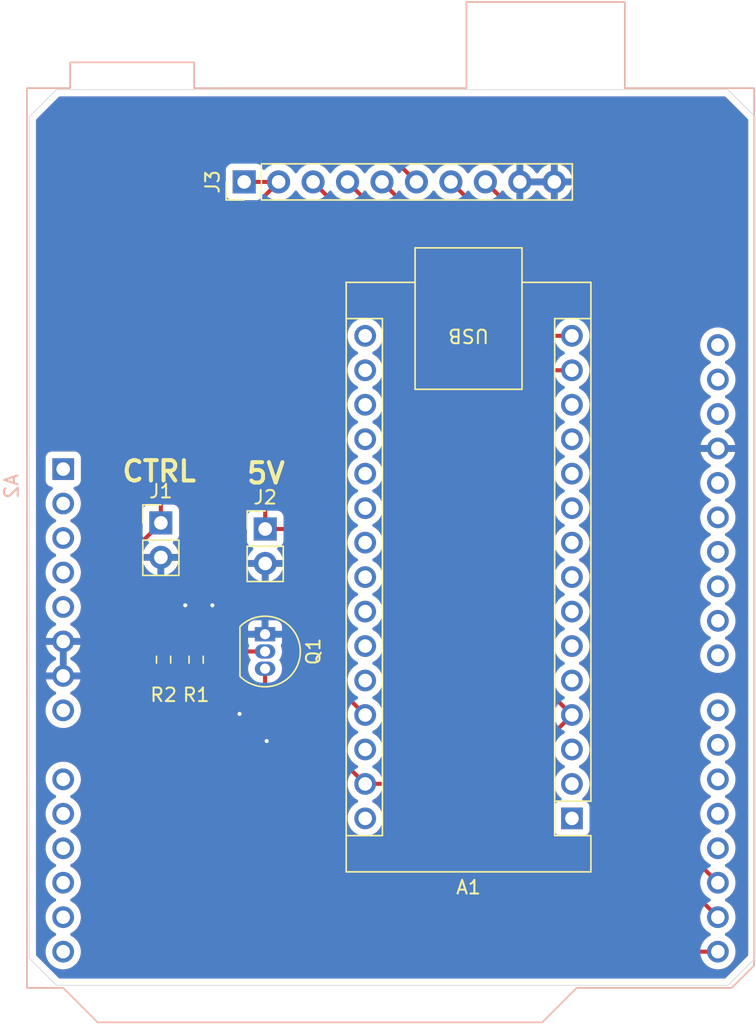
<source format=kicad_pcb>
(kicad_pcb (version 20241229) (generator "pcbnew") (generator_version "9.0")
  (layers (0 "F.Cu" signal) (2 "B.Cu" signal) (13 "F.Paste" user) (15 "B.Paste" user) (5 "F.SilkS" user "F.Silkscreen") (7 "B.SilkS" user "B.Silkscreen") (1 "F.Mask" user) (3 "B.Mask" user) (25 "Edge.Cuts" user))
  (net 0 "")
  (net 13 "/lock_state")
  (net 18 "GND")
  (net 26 "/borf")
  (net 29 "/arduino_gnd")
  (net 30 "Net-(Q1-G)")
  (net 31 "+5V")
  (net 51 "/uart_rx")
  (net 58 "/uart_tx")
  (net 60 "/ctrl")
  (footprint "Package_TO_SOT_THT:TO-92_Inline" (layer "F.Cu") (at 127.879 112.13 -90)
    (property "Reference" "Q1" (at 1.27 -3.56 90) (layer "F.SilkS"))
    (property "Value" "2N7000")
    (fp_line (start -0.53 1.85) (end 3.07 1.85) (stroke (width 0.12)) (layer "F.SilkS"))
    (fp_arc (start -0.568478 1.838478) (mid -1.132087 -0.994977) (end 1.27 -2.6) (stroke (width 0.12)) (layer "F.SilkS"))
    (fp_arc (start 1.27 -2.6) (mid 3.672087 -0.994977) (end 3.108478 1.838478) (stroke (width 0.12)) (layer "F.SilkS"))
    (pad "1" thru_hole rect (at 0 0 270) (size 1.05 1.5) (drill 0.75) (layers "*.Cu" "*.Mask") (net 18 "GND"))
    (pad "2" thru_hole oval (at 1.27 0 270) (size 1.05 1.5) (drill 0.75) (layers "*.Cu" "*.Mask") (net 30 "Net-(Q1-G)"))
    (pad "3" thru_hole oval (at 2.54 0 270) (size 1.05 1.5) (drill 0.75) (layers "*.Cu" "*.Mask") (net 29 "/arduino_gnd"))
  )
  (footprint "Connector_PinHeader_2.54mm:PinHeader_1x02_P2.54mm_Vertical" (layer "F.Cu") (at 127.89 104.375)
    (property "Reference" "J2" (at 0 -2.33 0) (layer "F.SilkS"))
    (property "Value" "Conn_01x02_Pin" (hide yes))
    (fp_line (start -1.33 -1.33) (end 0 -1.33) (stroke (width 0.12)) (layer "F.SilkS"))
    (fp_line (start -1.33 0) (end -1.33 -1.33) (stroke (width 0.12)) (layer "F.SilkS"))
    (fp_line (start -1.33 1.27) (end -1.33 3.87) (stroke (width 0.12)) (layer "F.SilkS"))
    (fp_line (start -1.33 1.27) (end 1.33 1.27) (stroke (width 0.12)) (layer "F.SilkS"))
    (fp_line (start -1.33 3.87) (end 1.33 3.87) (stroke (width 0.12)) (layer "F.SilkS"))
    (fp_line (start 1.33 1.27) (end 1.33 3.87) (stroke (width 0.12)) (layer "F.SilkS"))
    (pad "1" thru_hole rect (at 0 0) (size 1.7 1.7) (drill 1) (layers "*.Cu" "*.Mask") (net 31 "+5V"))
    (pad "2" thru_hole oval (at 0 2.54) (size 1.7 1.7) (drill 1) (layers "*.Cu" "*.Mask") (net 18 "GND"))
  )
  (footprint "Module:Arduino_Nano" (layer "F.Cu") (at 150.5 125.7 180)
    (property "Reference" "A1" (at 7.62 -5.08 0) (layer "F.SilkS"))
    (property "Value" "Arduino_Nano_Every")
    (fp_line (start 16.64 39.5) (end 16.64 -3.94) (stroke (width 0.12)) (layer "F.SilkS"))
    (fp_line (start 16.64 39.5) (end 11.56 39.5) (stroke (width 0.12)) (layer "F.SilkS"))
    (fp_line (start 16.64 -3.94) (end -1.4 -3.94) (stroke (width 0.12)) (layer "F.SilkS"))
    (fp_line (start 13.97 36.83) (end 16.64 36.83) (stroke (width 0.12)) (layer "F.SilkS"))
    (fp_line (start 13.97 -1.27) (end 16.64 -1.27) (stroke (width 0.12)) (layer "F.SilkS"))
    (fp_line (start 13.97 -1.27) (end 13.97 36.83) (stroke (width 0.12)) (layer "F.SilkS"))
    (fp_line (start 11.56 42.04) (end 3.68 42.04) (stroke (width 0.12)) (layer "F.SilkS"))
    (fp_line (start 11.56 31.62) (end 11.56 42.04) (stroke (width 0.12)) (layer "F.SilkS"))
    (fp_line (start 3.68 42.04) (end 3.68 31.62) (stroke (width 0.12)) (layer "F.SilkS"))
    (fp_line (start 3.68 31.62) (end 11.56 31.62) (stroke (width 0.12)) (layer "F.SilkS"))
    (fp_line (start 1.27 36.83) (end -1.4 36.83) (stroke (width 0.12)) (layer "F.SilkS"))
    (fp_line (start 1.27 1.27) (end 1.27 36.83) (stroke (width 0.12)) (layer "F.SilkS"))
    (fp_line (start 1.27 1.27) (end 1.27 -1.27) (stroke (width 0.12)) (layer "F.SilkS"))
    (fp_line (start 1.27 1.27) (end -1.4 1.27) (stroke (width 0.12)) (layer "F.SilkS"))
    (fp_line (start 1.27 -1.27) (end -1.4 -1.27) (stroke (width 0.12)) (layer "F.SilkS"))
    (fp_line (start -1.4 39.5) (end 3.68 39.5) (stroke (width 0.12)) (layer "F.SilkS"))
    (fp_line (start -1.4 1.27) (end -1.4 39.5) (stroke (width 0.12)) (layer "F.SilkS"))
    (fp_line (start -1.4 -3.94) (end -1.4 -1.27) (stroke (width 0.12)) (layer "F.SilkS"))
    (fp_text user "USB" (at 7.62 35.56 180) (layer "F.SilkS"))
    (pad "1" thru_hole rect (at 0 0 180) (size 1.6 1.6) (drill 1) (layers "*.Cu" "*.Mask"))
    (pad "2" thru_hole oval (at 0 2.54 180) (size 1.6 1.6) (drill 1) (layers "*.Cu" "*.Mask"))
    (pad "3" thru_hole oval (at 0 5.08 180) (size 1.6 1.6) (drill 1) (layers "*.Cu" "*.Mask"))
    (pad "4" thru_hole oval (at 0 7.62 180) (size 1.6 1.6) (drill 1) (layers "*.Cu" "*.Mask") (net 29 "/arduino_gnd"))
    (pad "5" thru_hole oval (at 0 10.16 180) (size 1.6 1.6) (drill 1) (layers "*.Cu" "*.Mask"))
    (pad "6" thru_hole oval (at 0 12.7 180) (size 1.6 1.6) (drill 1) (layers "*.Cu" "*.Mask"))
    (pad "7" thru_hole oval (at 0 15.24 180) (size 1.6 1.6) (drill 1) (layers "*.Cu" "*.Mask"))
    (pad "8" thru_hole oval (at 0 17.78 180) (size 1.6 1.6) (drill 1) (layers "*.Cu" "*.Mask"))
    (pad "9" thru_hole oval (at 0 20.32 180) (size 1.6 1.6) (drill 1) (layers "*.Cu" "*.Mask"))
    (pad "10" thru_hole oval (at 0 22.86 180) (size 1.6 1.6) (drill 1) (layers "*.Cu" "*.Mask"))
    (pad "11" thru_hole oval (at 0 25.4 180) (size 1.6 1.6) (drill 1) (layers "*.Cu" "*.Mask"))
    (pad "12" thru_hole oval (at 0 27.94 180) (size 1.6 1.6) (drill 1) (layers "*.Cu" "*.Mask"))
    (pad "13" thru_hole oval (at 0 30.48 180) (size 1.6 1.6) (drill 1) (layers "*.Cu" "*.Mask"))
    (pad "14" thru_hole oval (at 0 33.02 180) (size 1.6 1.6) (drill 1) (layers "*.Cu" "*.Mask") (net 26 "/borf"))
    (pad "15" thru_hole oval (at 0 35.56 180) (size 1.6 1.6) (drill 1) (layers "*.Cu" "*.Mask") (net 13 "/lock_state"))
    (pad "16" thru_hole oval (at 15.24 35.56 180) (size 1.6 1.6) (drill 1) (layers "*.Cu" "*.Mask"))
    (pad "17" thru_hole oval (at 15.24 33.02 180) (size 1.6 1.6) (drill 1) (layers "*.Cu" "*.Mask"))
    (pad "18" thru_hole oval (at 15.24 30.48 180) (size 1.6 1.6) (drill 1) (layers "*.Cu" "*.Mask"))
    (pad "19" thru_hole oval (at 15.24 27.94 180) (size 1.6 1.6) (drill 1) (layers "*.Cu" "*.Mask"))
    (pad "20" thru_hole oval (at 15.24 25.4 180) (size 1.6 1.6) (drill 1) (layers "*.Cu" "*.Mask"))
    (pad "21" thru_hole oval (at 15.24 22.86 180) (size 1.6 1.6) (drill 1) (layers "*.Cu" "*.Mask"))
    (pad "22" thru_hole oval (at 15.24 20.32 180) (size 1.6 1.6) (drill 1) (layers "*.Cu" "*.Mask"))
    (pad "23" thru_hole oval (at 15.24 17.78 180) (size 1.6 1.6) (drill 1) (layers "*.Cu" "*.Mask"))
    (pad "24" thru_hole oval (at 15.24 15.24 180) (size 1.6 1.6) (drill 1) (layers "*.Cu" "*.Mask"))
    (pad "25" thru_hole oval (at 15.24 12.7 180) (size 1.6 1.6) (drill 1) (layers "*.Cu" "*.Mask"))
    (pad "26" thru_hole oval (at 15.24 10.16 180) (size 1.6 1.6) (drill 1) (layers "*.Cu" "*.Mask"))
    (pad "27" thru_hole oval (at 15.24 7.62 180) (size 1.6 1.6) (drill 1) (layers "*.Cu" "*.Mask") (net 31 "+5V"))
    (pad "28" thru_hole oval (at 15.24 5.08 180) (size 1.6 1.6) (drill 1) (layers "*.Cu" "*.Mask"))
    (pad "29" thru_hole oval (at 15.24 2.54 180) (size 1.6 1.6) (drill 1) (layers "*.Cu" "*.Mask") (net 29 "/arduino_gnd"))
    (pad "30" thru_hole oval (at 15.24 0 180) (size 1.6 1.6) (drill 1) (layers "*.Cu" "*.Mask"))
  )
  (footprint "Resistor_SMD:R_0603_1608Metric_Pad0.98x0.95mm_HandSolder" (layer "F.Cu") (at 120.4 114 90)
    (property "Reference" "R2" (at -2.6 0 0) (layer "F.SilkS"))
    (property "Value" "100" (hide yes))
    (fp_line (start -0.254724 -0.5225) (end 0.254724 -0.5225) (stroke (width 0.12)) (layer "F.SilkS"))
    (fp_line (start -0.254724 0.5225) (end 0.254724 0.5225) (stroke (width 0.12)) (layer "F.SilkS"))
    (pad "1" smd roundrect (at -0.9125 0 90) (size 0.975 0.95) (layers "F.Cu" "F.Mask" "F.Paste") (net 60 "/ctrl"))
    (pad "2" smd roundrect (at 0.9125 0 90) (size 0.975 0.95) (layers "F.Cu" "F.Mask" "F.Paste") (net 30 "Net-(Q1-G)"))
  )
  (footprint "Connector_PinHeader_2.54mm:PinHeader_1x02_P2.54mm_Vertical" (layer "F.Cu") (at 120.2 103.925)
    (property "Reference" "J1" (at 0 -2.33 0) (layer "F.SilkS"))
    (property "Value" "Conn_01x02_Pin" (hide yes))
    (fp_line (start -1.33 -1.33) (end 0 -1.33) (stroke (width 0.12)) (layer "F.SilkS"))
    (fp_line (start -1.33 0) (end -1.33 -1.33) (stroke (width 0.12)) (layer "F.SilkS"))
    (fp_line (start -1.33 1.27) (end -1.33 3.87) (stroke (width 0.12)) (layer "F.SilkS"))
    (fp_line (start -1.33 1.27) (end 1.33 1.27) (stroke (width 0.12)) (layer "F.SilkS"))
    (fp_line (start -1.33 3.87) (end 1.33 3.87) (stroke (width 0.12)) (layer "F.SilkS"))
    (fp_line (start 1.33 1.27) (end 1.33 3.87) (stroke (width 0.12)) (layer "F.SilkS"))
    (pad "1" thru_hole rect (at 0 0) (size 1.7 1.7) (drill 1) (layers "*.Cu" "*.Mask") (net 60 "/ctrl"))
    (pad "2" thru_hole oval (at 0 2.54) (size 1.7 1.7) (drill 1) (layers "*.Cu" "*.Mask") (net 18 "GND"))
  )
  (footprint "Connector_PinHeader_2.54mm:PinHeader_1x10_P2.54mm_Vertical" (layer "F.Cu") (at 126.34 78.8 90)
    (property "Reference" "J3" (at 0 -2.33 90) (layer "F.SilkS"))
    (property "Value" "Conn_01x10_Pin")
    (fp_line (start -1.33 -1.33) (end 0 -1.33) (stroke (width 0.12)) (layer "F.SilkS"))
    (fp_line (start -1.33 0) (end -1.33 -1.33) (stroke (width 0.12)) (layer "F.SilkS"))
    (fp_line (start 1.33 1.27) (end 1.33 24.19) (stroke (width 0.12)) (layer "F.SilkS"))
    (fp_line (start -1.33 1.27) (end 1.33 1.27) (stroke (width 0.12)) (layer "F.SilkS"))
    (fp_line (start -1.33 1.27) (end -1.33 24.19) (stroke (width 0.12)) (layer "F.SilkS"))
    (fp_line (start -1.33 24.19) (end 1.33 24.19) (stroke (width 0.12)) (layer "F.SilkS"))
    (pad "1" thru_hole rect (at 0 0 90) (size 1.7 1.7) (drill 1) (layers "*.Cu" "*.Mask") (net 31 "+5V"))
    (pad "2" thru_hole oval (at 0 2.54 90) (size 1.7 1.7) (drill 1) (layers "*.Cu" "*.Mask") (net 31 "+5V"))
    (pad "3" thru_hole oval (at 0 5.08 90) (size 1.7 1.7) (drill 1) (layers "*.Cu" "*.Mask") (net 29 "/arduino_gnd"))
    (pad "4" thru_hole oval (at 0 7.62 90) (size 1.7 1.7) (drill 1) (layers "*.Cu" "*.Mask") (net 26 "/borf"))
    (pad "5" thru_hole oval (at 0 10.16 90) (size 1.7 1.7) (drill 1) (layers "*.Cu" "*.Mask") (net 13 "/lock_state"))
    (pad "6" thru_hole oval (at 0 12.7 90) (size 1.7 1.7) (drill 1) (layers "*.Cu" "*.Mask") (net 60 "/ctrl"))
    (pad "7" thru_hole oval (at 0 15.24 90) (size 1.7 1.7) (drill 1) (layers "*.Cu" "*.Mask") (net 51 "/uart_rx"))
    (pad "8" thru_hole oval (at 0 17.78 90) (size 1.7 1.7) (drill 1) (layers "*.Cu" "*.Mask") (net 58 "/uart_tx"))
    (pad "9" thru_hole oval (at 0 20.32 90) (size 1.7 1.7) (drill 1) (layers "*.Cu" "*.Mask") (net 18 "GND"))
    (pad "10" thru_hole oval (at 0 22.86 90) (size 1.7 1.7) (drill 1) (layers "*.Cu" "*.Mask") (net 18 "GND"))
  )
  (footprint "Resistor_SMD:R_0603_1608Metric_Pad0.98x0.95mm_HandSolder" (layer "F.Cu") (at 122.8 114 -90)
    (property "Reference" "R1" (at 2.6 0 0) (layer "F.SilkS"))
    (property "Value" "750" (hide yes))
    (fp_line (start -0.254724 0.5225) (end 0.254724 0.5225) (stroke (width 0.12)) (layer "F.SilkS"))
    (fp_line (start -0.254724 -0.5225) (end 0.254724 -0.5225) (stroke (width 0.12)) (layer "F.SilkS"))
    (pad "1" smd roundrect (at -0.9125 0 270) (size 0.975 0.95) (layers "F.Cu" "F.Mask" "F.Paste") (net 30 "Net-(Q1-G)"))
    (pad "2" smd roundrect (at 0.9125 0 270) (size 0.975 0.95) (layers "F.Cu" "F.Mask" "F.Paste") (net 18 "GND"))
  )
  (footprint "Module:Arduino_UNO_R3" (layer "B.Cu") (at 113 99.96 -90)
    (property "Reference" "A2" (at 1.27 3.81 90) (layer "B.SilkS") (effects (justify mirror)))
    (property "Value" "Arduino_UNO_R3")
    (fp_line (start -28.07 2.67) (end -28.07 -0.51) (stroke (width 0.12)) (layer "B.SilkS"))
    (fp_line (start 38.23 2.67) (end -28.07 2.67) (stroke (width 0.12)) (layer "B.SilkS"))
    (fp_line (start 38.23 0) (end 38.23 2.67) (stroke (width 0.12)) (layer "B.SilkS"))
    (fp_line (start -29.97 -0.51) (end -29.97 -9.65) (stroke (width 0.12)) (layer "B.SilkS"))
    (fp_line (start -28.07 -0.51) (end -29.97 -0.51) (stroke (width 0.12)) (layer "B.SilkS"))
    (fp_line (start 40.77 -2.54) (end 38.23 0) (stroke (width 0.12)) (layer "B.SilkS"))
    (fp_line (start -29.97 -9.65) (end -28.07 -9.65) (stroke (width 0.12)) (layer "B.SilkS"))
    (fp_line (start -28.07 -9.65) (end -28.07 -29.72) (stroke (width 0.12)) (layer "B.SilkS"))
    (fp_line (start -34.42 -29.72) (end -34.42 -41.4) (stroke (width 0.12)) (layer "B.SilkS"))
    (fp_line (start -28.07 -29.72) (end -34.42 -29.72) (stroke (width 0.12)) (layer "B.SilkS"))
    (fp_line (start 40.77 -35.31) (end 40.77 -2.54) (stroke (width 0.12)) (layer "B.SilkS"))
    (fp_line (start 38.23 -37.85) (end 40.77 -35.31) (stroke (width 0.12)) (layer "B.SilkS"))
    (fp_line (start -34.42 -41.4) (end -28.07 -41.4) (stroke (width 0.12)) (layer "B.SilkS"))
    (fp_line (start -28.07 -41.4) (end -28.07 -50.93) (stroke (width 0.12)) (layer "B.SilkS"))
    (fp_line (start 38.23 -49.28) (end 38.23 -37.85) (stroke (width 0.12)) (layer "B.SilkS"))
    (fp_line (start -28.07 -50.93) (end 36.58 -50.93) (stroke (width 0.12)) (layer "B.SilkS"))
    (fp_line (start 36.58 -50.93) (end 38.23 -49.28) (stroke (width 0.12)) (layer "B.SilkS"))
    (pad "1" thru_hole rect (at 0 0 180) (size 1.6 1.6) (drill 1) (layers "*.Cu" "*.Mask"))
    (pad "2" thru_hole oval (at 2.54 0 180) (size 1.6 1.6) (drill 1) (layers "*.Cu" "*.Mask"))
    (pad "3" thru_hole oval (at 5.08 0 180) (size 1.6 1.6) (drill 1) (layers "*.Cu" "*.Mask"))
    (pad "4" thru_hole oval (at 7.62 0 180) (size 1.6 1.6) (drill 1) (layers "*.Cu" "*.Mask"))
    (pad "5" thru_hole oval (at 10.16 0 180) (size 1.6 1.6) (drill 1) (layers "*.Cu" "*.Mask"))
    (pad "6" thru_hole oval (at 12.7 0 180) (size 1.6 1.6) (drill 1) (layers "*.Cu" "*.Mask") (net 18 "GND"))
    (pad "7" thru_hole oval (at 15.24 0 180) (size 1.6 1.6) (drill 1) (layers "*.Cu" "*.Mask") (net 18 "GND"))
    (pad "8" thru_hole oval (at 17.78 0 180) (size 1.6 1.6) (drill 1) (layers "*.Cu" "*.Mask"))
    (pad "9" thru_hole oval (at 22.86 0 180) (size 1.6 1.6) (drill 1) (layers "*.Cu" "*.Mask"))
    (pad "10" thru_hole oval (at 25.4 0 180) (size 1.6 1.6) (drill 1) (layers "*.Cu" "*.Mask"))
    (pad "11" thru_hole oval (at 27.94 0 180) (size 1.6 1.6) (drill 1) (layers "*.Cu" "*.Mask"))
    (pad "12" thru_hole oval (at 30.48 0 180) (size 1.6 1.6) (drill 1) (layers "*.Cu" "*.Mask"))
    (pad "13" thru_hole oval (at 33.02 0 180) (size 1.6 1.6) (drill 1) (layers "*.Cu" "*.Mask"))
    (pad "14" thru_hole oval (at 35.56 0 180) (size 1.6 1.6) (drill 1) (layers "*.Cu" "*.Mask"))
    (pad "15" thru_hole oval (at 35.56 -48.26 180) (size 1.6 1.6) (drill 1) (layers "*.Cu" "*.Mask") (net 60 "/ctrl"))
    (pad "16" thru_hole oval (at 33.02 -48.26 180) (size 1.6 1.6) (drill 1) (layers "*.Cu" "*.Mask") (net 51 "/uart_rx"))
    (pad "17" thru_hole oval (at 30.48 -48.26 180) (size 1.6 1.6) (drill 1) (layers "*.Cu" "*.Mask") (net 58 "/uart_tx"))
    (pad "18" thru_hole oval (at 27.94 -48.26 180) (size 1.6 1.6) (drill 1) (layers "*.Cu" "*.Mask"))
    (pad "19" thru_hole oval (at 25.4 -48.26 180) (size 1.6 1.6) (drill 1) (layers "*.Cu" "*.Mask"))
    (pad "20" thru_hole oval (at 22.86 -48.26 180) (size 1.6 1.6) (drill 1) (layers "*.Cu" "*.Mask"))
    (pad "21" thru_hole oval (at 20.32 -48.26 180) (size 1.6 1.6) (drill 1) (layers "*.Cu" "*.Mask"))
    (pad "22" thru_hole oval (at 17.78 -48.26 180) (size 1.6 1.6) (drill 1) (layers "*.Cu" "*.Mask"))
    (pad "23" thru_hole oval (at 13.72 -48.26 180) (size 1.6 1.6) (drill 1) (layers "*.Cu" "*.Mask"))
    (pad "24" thru_hole oval (at 11.18 -48.26 180) (size 1.6 1.6) (drill 1) (layers "*.Cu" "*.Mask"))
    (pad "25" thru_hole oval (at 8.64 -48.26 180) (size 1.6 1.6) (drill 1) (layers "*.Cu" "*.Mask"))
    (pad "26" thru_hole oval (at 6.1 -48.26 180) (size 1.6 1.6) (drill 1) (layers "*.Cu" "*.Mask"))
    (pad "27" thru_hole oval (at 3.56 -48.26 180) (size 1.6 1.6) (drill 1) (layers "*.Cu" "*.Mask"))
    (pad "28" thru_hole oval (at 1.02 -48.26 180) (size 1.6 1.6) (drill 1) (layers "*.Cu" "*.Mask"))
    (pad "29" thru_hole oval (at -1.52 -48.26 180) (size 1.6 1.6) (drill 1) (layers "*.Cu" "*.Mask") (net 18 "GND"))
    (pad "30" thru_hole oval (at -4.06 -48.26 180) (size 1.6 1.6) (drill 1) (layers "*.Cu" "*.Mask"))
    (pad "31" thru_hole oval (at -6.6 -48.26 180) (size 1.6 1.6) (drill 1) (layers "*.Cu" "*.Mask"))
    (pad "32" thru_hole oval (at -9.14 -48.26 180) (size 1.6 1.6) (drill 1) (layers "*.Cu" "*.Mask"))
  )
  (gr_line (start 110.5 74) (end 112.5 72) (stroke (width 0.05)) (layer "Edge.Cuts"))
  (gr_line (start 110.5 136) (end 110.5 74) (stroke (width 0.05)) (layer "Edge.Cuts"))
  (gr_line (start 151 138) (end 162 138) (stroke (width 0.05)) (layer "Edge.Cuts"))
  (gr_line (start 151 138) (end 112.5 138) (stroke (width 0.05)) (layer "Edge.Cuts"))
  (gr_line (start 112.5 138) (end 110.5 136) (stroke (width 0.05)) (layer "Edge.Cuts"))
  (gr_line (start 112.5 72) (end 162 72) (stroke (width 0.05)) (layer "Edge.Cuts"))
  (gr_line (start 164 74) (end 164 136) (stroke (width 0.05)) (layer "Edge.Cuts"))
  (gr_line (start 162 138) (end 164 136) (stroke (width 0.05)) (layer "Edge.Cuts"))
  (gr_line (start 164 74) (end 162 72) (stroke (width 0.05)) (layer "Edge.Cuts"))
  (gr_text "5V" (at 126.39 101.15 0) (layer "F.SilkS") (effects (font (size 1.5 1.5) (thickness 0.3) (bold yes)) (justify left bottom)))
  (gr_text "CTRL" (at 117.2 101 0) (layer "F.SilkS") (effects (font (size 1.5 1.5) (thickness 0.3) (bold yes)) (justify left bottom)))
  (segment (start 147.84 90.14) (end 150.5 90.14) (width 0.3) (layer "F.Cu") (net 13))
  (segment (start 136.5 78.8) (end 147.84 90.14) (width 0.3) (layer "F.Cu") (net 13))
  (via (at 122 110) (size 0.6) (drill 0.3) (layers "F.Cu" "B.Cu") (net 18))
  (via (at 128 120) (size 0.6) (drill 0.3) (layers "F.Cu" "B.Cu") (net 18))
  (via (at 124 110) (size 0.6) (drill 0.3) (layers "F.Cu" "B.Cu") (net 18))
  (via (at 126 118) (size 0.6) (drill 0.3) (layers "F.Cu" "B.Cu") (net 18))
  (segment (start 133.96 78.8) (end 147.84 92.68) (width 0.3) (layer "F.Cu") (net 26))
  (segment (start 147.84 92.68) (end 150.5 92.68) (width 0.3) (layer "F.Cu") (net 26))
  (segment (start 145.43 123.15) (end 135.27 123.15) (width 0.3) (layer "F.Cu") (net 29))
  (segment (start 147.6 94.98) (end 147.6 115.18) (width 0.3) (layer "F.Cu") (net 29))
  (segment (start 127.879 115.779) (end 135.26 123.16) (width 0.3) (layer "F.Cu") (net 29))
  (segment (start 135.27 123.15) (end 135.26 123.16) (width 0.3) (layer "F.Cu") (net 29))
  (segment (start 147.6 115.18) (end 150.5 118.08) (width 0.3) (layer "F.Cu") (net 29))
  (segment (start 127.879 114.67) (end 127.879 115.779) (width 0.3) (layer "F.Cu") (net 29))
  (segment (start 150.5 118.08) (end 145.43 123.15) (width 0.3) (layer "F.Cu") (net 29))
  (segment (start 131.42 78.8) (end 147.6 94.98) (width 0.3) (layer "F.Cu") (net 29))
  (segment (start 127.879 113.4) (end 123.1125 113.4) (width 0.3) (layer "F.Cu") (net 30))
  (segment (start 123.1125 113.4) (end 122.8 113.0875) (width 0.3) (layer "F.Cu") (net 30))
  (segment (start 122.8 113.0875) (end 120.4 113.0875) (width 0.3) (layer "F.Cu") (net 30))
  (segment (start 128.88 78.8) (end 127.89 79.79) (width 0.3) (layer "F.Cu") (net 31))
  (segment (start 131.575 104.375) (end 133.4 106.2) (width 0.3) (layer "F.Cu") (net 31))
  (segment (start 127.89 79.79) (end 127.89 104.375) (width 0.3) (layer "F.Cu") (net 31))
  (segment (start 133.4 116.22) (end 135.26 118.08) (width 0.3) (layer "F.Cu") (net 31))
  (segment (start 126.34 78.8) (end 128.88 78.8) (width 0.3) (layer "F.Cu") (net 31))
  (segment (start 133.4 106.2) (end 133.4 116.22) (width 0.3) (layer "F.Cu") (net 31))
  (segment (start 127.89 104.375) (end 131.575 104.375) (width 0.3) (layer "F.Cu") (net 31))
  (segment (start 161.26 132.98) (end 157.399 129.119) (width 0.3) (layer "F.Cu") (net 51))
  (segment (start 157.399 129.119) (end 157.399 94.619) (width 0.3) (layer "F.Cu") (net 51))
  (segment (start 157.399 94.619) (end 141.58 78.8) (width 0.3) (layer "F.Cu") (net 51))
  (segment (start 161.26 130.44) (end 158 127.18) (width 0.3) (layer "F.Cu") (net 58))
  (segment (start 158 127.18) (end 158 92.68) (width 0.3) (layer "F.Cu") (net 58))
  (segment (start 158 92.68) (end 144.12 78.8) (width 0.3) (layer "F.Cu") (net 58))
  (segment (start 120.2 82.338) (end 120.2 103.925) (width 0.3) (layer "F.Cu") (net 60))
  (segment (start 141.0075 135.52) (end 120.4 114.9125) (width 0.3) (layer "F.Cu") (net 60))
  (segment (start 139.04 78.8) (end 136.64 76.4) (width 0.3) (layer "F.Cu") (net 60))
  (segment (start 136.64 76.4) (end 126.138 76.4) (width 0.3) (layer "F.Cu") (net 60))
  (segment (start 118.2 105.925) (end 120.2 103.925) (width 0.3) (layer "F.Cu") (net 60))
  (segment (start 126.138 76.4) (end 120.2 82.338) (width 0.3) (layer "F.Cu") (net 60))
  (segment (start 161.26 135.52) (end 141.0075 135.52) (width 0.3) (layer "F.Cu") (net 60))
  (segment (start 120.4 114.9125) (end 118.2 112.7125) (width 0.3) (layer "F.Cu") (net 60))
  (segment (start 118.2 112.7125) (end 118.2 105.925) (width 0.3) (layer "F.Cu") (net 60))
  (zone (net 18) (net_name "GND") (layer "F.Cu") (connect_pads (clearance 0.5)) (min_thickness 0.25) (fill yes (thermal_gap 0.5) (thermal_bridge_width 0.5))
    (polygon (pts (xy 162 138) (xy 164 136) (xy 164 74) (xy 162 72) (xy 112.6 72) (xy 110.6 74) (xy 110.6 136) (xy 112.6 138)))
  )
  (zone (net 18) (net_name "GND") (layer "B.Cu") (connect_pads (clearance 0.5)) (min_thickness 0.25) (fill yes (thermal_gap 0.5) (thermal_bridge_width 0.5))
    (polygon (pts (xy 162 138) (xy 164 136) (xy 164 74) (xy 162 72) (xy 112.6 72) (xy 110.6 74) (xy 110.6 136) (xy 112.6 138)))
  )
)
</source>
